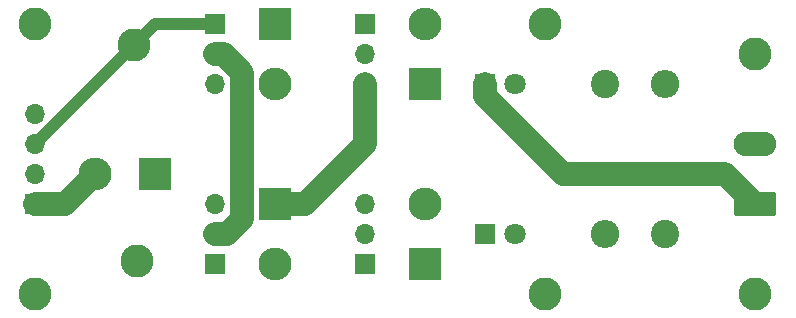
<source format=gbr>
%TF.GenerationSoftware,KiCad,Pcbnew,6.0.2+dfsg-1*%
%TF.CreationDate,2023-04-12T19:32:31+02:00*%
%TF.ProjectId,schema_H-brug,73636865-6d61-45f4-982d-627275672e6b,V1*%
%TF.SameCoordinates,Original*%
%TF.FileFunction,Copper,L1,Top*%
%TF.FilePolarity,Positive*%
%FSLAX46Y46*%
G04 Gerber Fmt 4.6, Leading zero omitted, Abs format (unit mm)*
G04 Created by KiCad (PCBNEW 6.0.2+dfsg-1) date 2023-04-12 19:32:31*
%MOMM*%
%LPD*%
G01*
G04 APERTURE LIST*
G04 Aperture macros list*
%AMRoundRect*
0 Rectangle with rounded corners*
0 $1 Rounding radius*
0 $2 $3 $4 $5 $6 $7 $8 $9 X,Y pos of 4 corners*
0 Add a 4 corners polygon primitive as box body*
4,1,4,$2,$3,$4,$5,$6,$7,$8,$9,$2,$3,0*
0 Add four circle primitives for the rounded corners*
1,1,$1+$1,$2,$3*
1,1,$1+$1,$4,$5*
1,1,$1+$1,$6,$7*
1,1,$1+$1,$8,$9*
0 Add four rect primitives between the rounded corners*
20,1,$1+$1,$2,$3,$4,$5,0*
20,1,$1+$1,$4,$5,$6,$7,0*
20,1,$1+$1,$6,$7,$8,$9,0*
20,1,$1+$1,$8,$9,$2,$3,0*%
G04 Aperture macros list end*
%TA.AperFunction,ComponentPad*%
%ADD10C,2.800000*%
%TD*%
%TA.AperFunction,ComponentPad*%
%ADD11C,2.400000*%
%TD*%
%TA.AperFunction,ComponentPad*%
%ADD12O,2.400000X2.400000*%
%TD*%
%TA.AperFunction,ComponentPad*%
%ADD13R,1.700000X1.700000*%
%TD*%
%TA.AperFunction,ComponentPad*%
%ADD14O,1.700000X1.700000*%
%TD*%
%TA.AperFunction,ComponentPad*%
%ADD15RoundRect,0.249999X1.550001X-0.790001X1.550001X0.790001X-1.550001X0.790001X-1.550001X-0.790001X0*%
%TD*%
%TA.AperFunction,ComponentPad*%
%ADD16O,3.600000X2.080000*%
%TD*%
%TA.AperFunction,ComponentPad*%
%ADD17R,2.800000X2.800000*%
%TD*%
%TA.AperFunction,ComponentPad*%
%ADD18O,2.800000X2.800000*%
%TD*%
%TA.AperFunction,ComponentPad*%
%ADD19R,1.800000X1.800000*%
%TD*%
%TA.AperFunction,ComponentPad*%
%ADD20C,1.800000*%
%TD*%
%TA.AperFunction,Conductor*%
%ADD21C,2.000000*%
%TD*%
%TA.AperFunction,Conductor*%
%ADD22C,1.000000*%
%TD*%
G04 APERTURE END LIST*
D10*
%TO.P,TP3,1,1*%
%TO.N,EN_L*%
X125476000Y-98806000D03*
%TD*%
%TO.P,TP8,1,1*%
%TO.N,Net-(D5-Pad1)*%
X177800000Y-81280000D03*
%TD*%
%TO.P,TP7,1,1*%
%TO.N,Net-(D5-Pad2)*%
X160020000Y-101600000D03*
%TD*%
%TO.P,TP6,1,1*%
%TO.N,Net-(D4-Pad2)*%
X160020000Y-78740000D03*
%TD*%
%TO.P,TP5,1,1*%
%TO.N,Net-(D1-Pad2)*%
X177800000Y-101600000D03*
%TD*%
%TO.P,TP4,1,1*%
%TO.N,EN_R*%
X125222000Y-80518000D03*
%TD*%
%TO.P,TP2,1,1*%
%TO.N,GND*%
X116840000Y-78740000D03*
%TD*%
%TO.P,TP1,1,1*%
%TO.N,VCC_MOTOR*%
X116840000Y-101600000D03*
%TD*%
D11*
%TO.P,R2,1*%
%TO.N,Net-(D4-Pad2)*%
X165100000Y-83820000D03*
D12*
%TO.P,R2,2*%
%TO.N,Net-(D5-Pad1)*%
X170180000Y-83820000D03*
%TD*%
D11*
%TO.P,R1,1*%
%TO.N,Net-(D1-Pad2)*%
X170180000Y-96520000D03*
D12*
%TO.P,R1,2*%
%TO.N,Net-(D5-Pad2)*%
X165100000Y-96520000D03*
%TD*%
D13*
%TO.P,Q4,1,G*%
%TO.N,EN_R*%
X132080000Y-78740000D03*
D14*
%TO.P,Q4,2,D*%
%TO.N,Net-(D5-Pad1)*%
X132080000Y-81280000D03*
%TO.P,Q4,3,S*%
%TO.N,GND*%
X132080000Y-83820000D03*
%TD*%
D13*
%TO.P,Q3,1,G*%
%TO.N,EN_L*%
X132080000Y-99060000D03*
D14*
%TO.P,Q3,2,D*%
%TO.N,Net-(D5-Pad1)*%
X132080000Y-96520000D03*
%TO.P,Q3,3,S*%
%TO.N,Net-(D1-Pad1)*%
X132080000Y-93980000D03*
%TD*%
D13*
%TO.P,Q2,1,G*%
%TO.N,EN_L*%
X144780000Y-99060000D03*
D14*
%TO.P,Q2,2,D*%
%TO.N,Net-(D1-Pad2)*%
X144780000Y-96520000D03*
%TO.P,Q2,3,S*%
%TO.N,GND*%
X144780000Y-93980000D03*
%TD*%
%TO.P,Q1,3,S*%
%TO.N,Net-(D1-Pad1)*%
X144780000Y-83820000D03*
%TO.P,Q1,2,D*%
%TO.N,Net-(D1-Pad2)*%
X144780000Y-81280000D03*
D13*
%TO.P,Q1,1,G*%
%TO.N,EN_R*%
X144780000Y-78740000D03*
%TD*%
D15*
%TO.P,M1,1,+*%
%TO.N,Net-(D1-Pad2)*%
X177800000Y-93980000D03*
D16*
%TO.P,M1,2,-*%
%TO.N,Net-(D5-Pad1)*%
X177800000Y-88900000D03*
%TD*%
D13*
%TO.P,J1,1,Pin_1*%
%TO.N,VCC_MOTOR*%
X116840000Y-93980000D03*
D14*
%TO.P,J1,2,Pin_2*%
%TO.N,EN_L*%
X116840000Y-91440000D03*
%TO.P,J1,3,Pin_3*%
%TO.N,EN_R*%
X116840000Y-88900000D03*
%TO.P,J1,4,Pin_4*%
%TO.N,GND*%
X116840000Y-86360000D03*
%TD*%
D17*
%TO.P,D7,1,K*%
%TO.N,Net-(D5-Pad1)*%
X137160000Y-78740000D03*
D18*
%TO.P,D7,2,A*%
%TO.N,GND*%
X137160000Y-83820000D03*
%TD*%
D17*
%TO.P,D6,1,K*%
%TO.N,Net-(D1-Pad1)*%
X137160000Y-93980000D03*
D18*
%TO.P,D6,2,A*%
%TO.N,Net-(D5-Pad1)*%
X137160000Y-99060000D03*
%TD*%
D19*
%TO.P,D5,1,K*%
%TO.N,Net-(D5-Pad1)*%
X154940000Y-96520000D03*
D20*
%TO.P,D5,2,A*%
%TO.N,Net-(D5-Pad2)*%
X157480000Y-96520000D03*
%TD*%
D19*
%TO.P,D4,1,K*%
%TO.N,Net-(D1-Pad2)*%
X154940000Y-83820000D03*
D20*
%TO.P,D4,2,A*%
%TO.N,Net-(D4-Pad2)*%
X157480000Y-83820000D03*
%TD*%
D17*
%TO.P,D3,1,K*%
%TO.N,Net-(D1-Pad1)*%
X127000000Y-91440000D03*
D18*
%TO.P,D3,2,A*%
%TO.N,VCC_MOTOR*%
X121920000Y-91440000D03*
%TD*%
D17*
%TO.P,D2,1,K*%
%TO.N,Net-(D1-Pad2)*%
X149860000Y-99060000D03*
D18*
%TO.P,D2,2,A*%
%TO.N,GND*%
X149860000Y-93980000D03*
%TD*%
D17*
%TO.P,D1,1,K*%
%TO.N,Net-(D1-Pad1)*%
X149860000Y-83820000D03*
D18*
%TO.P,D1,2,A*%
%TO.N,Net-(D1-Pad2)*%
X149860000Y-78740000D03*
%TD*%
D21*
%TO.N,Net-(D1-Pad2)*%
X154940000Y-83820000D02*
X154940000Y-84836000D01*
X154940000Y-84836000D02*
X161544000Y-91440000D01*
X161544000Y-91440000D02*
X175260000Y-91440000D01*
X175260000Y-91440000D02*
X177800000Y-93980000D01*
%TO.N,Net-(D5-Pad1)*%
X132080000Y-96520000D02*
X133096000Y-96520000D01*
X134366000Y-95250000D02*
X134366000Y-82878777D01*
X133096000Y-96520000D02*
X134366000Y-95250000D01*
X134366000Y-82878777D02*
X132767223Y-81280000D01*
X132767223Y-81280000D02*
X132080000Y-81280000D01*
%TO.N,Net-(D1-Pad2)*%
X149860000Y-78740000D02*
X149860000Y-78830000D01*
%TO.N,VCC_MOTOR*%
X116840000Y-93980000D02*
X119380000Y-93980000D01*
X119380000Y-93980000D02*
X121920000Y-91440000D01*
%TO.N,Net-(D1-Pad1)*%
X137160000Y-93980000D02*
X139700000Y-93980000D01*
X139700000Y-93980000D02*
X144780000Y-88900000D01*
X144780000Y-88900000D02*
X144780000Y-83820000D01*
D22*
%TO.N,EN_R*%
X116840000Y-88900000D02*
X127000000Y-78740000D01*
X127000000Y-78740000D02*
X132080000Y-78740000D01*
%TD*%
M02*

</source>
